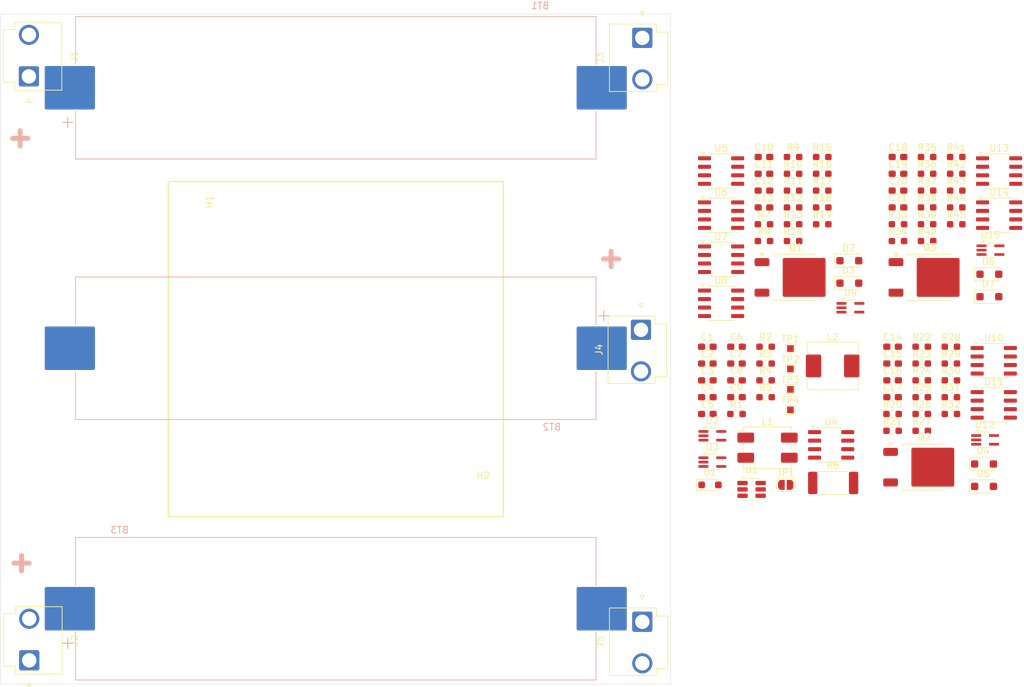
<source format=kicad_pcb>
(kicad_pcb (version 20241229) (generator "pcbnew") (generator_version "9.0")
  (layers (0 "F.Cu" signal) (2 "B.Cu" signal) (13 "F.Paste" user) (15 "B.Paste" user) (5 "F.SilkS" user "F.Silkscreen") (7 "B.SilkS" user "B.Silkscreen") (1 "F.Mask" user) (3 "B.Mask" user) (25 "Edge.Cuts" user))
  (net 0 "")
  (net 1 "/CellMonitor2/Vprot")
  (net 2 "/CellMonitor3/VbatH")
  (net 3 "/CellMonitor1/Vprot")
  (net 4 "/CellMonitor2/VbatH")
  (net 5 "/CellMonitor1/VbatH")
  (net 6 "GNDREF")
  (net 7 "Net-(U1-VIN)")
  (net 8 "GND")
  (net 9 "Net-(U1-SW)")
  (net 10 "Net-(U1-BOOT)")
  (net 11 "+3V3")
  (net 12 "Net-(U4-DIS)")
  (net 13 "Net-(Q1-G)")
  (net 14 "Net-(Q2-G)")
  (net 15 "+10V")
  (net 16 "Net-(Q3-G)")
  (net 17 "Net-(D2-K)")
  (net 18 "Net-(D3-K)")
  (net 19 "Net-(D4-K)")
  (net 20 "Net-(D5-K)")
  (net 21 "Net-(D6-K)")
  (net 22 "Net-(D7-K)")
  (net 23 "VDC")
  (net 24 "Net-(U1-EN)")
  (net 25 "Net-(U1-FB)")
  (net 26 "Net-(U4-Q)")
  (net 28 "Net-(K1-Pad12)")
  (net 29 "Net-(U6A-+)")
  (net 30 "Net-(U6A--)")
  (net 31 "Net-(R11-Pad1)")
  (net 32 "Net-(U8A-+)")
  (net 33 "Net-(U8B--)")
  (net 34 "Net-(R18-Pad2)")
  (net 35 "Net-(R19-Pad2)")
  (net 36 "Net-(U10A-+)")
  (net 37 "Net-(U10A--)")
  (net 38 "Net-(R24-Pad1)")
  (net 39 "Net-(U11A-+)")
  (net 40 "Net-(U11B--)")
  (net 41 "Net-(R31-Pad2)")
  (net 42 "Net-(R32-Pad2)")
  (net 43 "Net-(U13A-+)")
  (net 44 "Net-(U13A--)")
  (net 45 "Net-(R37-Pad1)")
  (net 46 "Net-(U14A-+)")
  (net 47 "Net-(U14B--)")
  (net 48 "Net-(R44-Pad2)")
  (net 49 "Net-(R45-Pad2)")
  (net 50 "/CellMonitor2/UVLO")
  (net 51 "Net-(U2-Pad4)")
  (net 52 "/CellMonitor3/UVLO")
  (net 53 "/CellMonitor1/UVLO")
  (net 54 "Net-(U4-TR)")
  (footprint "Package_SO:SOIC-8_3.9x4.9mm_P1.27mm" (layer "F.Cu") (at 244.755 63.93)
    (property "Reference" "U13" (at 0 -3.4 0) (layer "F.SilkS"))
    (property "Value" "LM358")
    (pad "1" smd roundrect (at -2.475 -1.905) (size 1.95 0.6) (layers "F.Cu" "F.Mask" "F.Paste") (net 45 "Net-(R37-Pad1)"))
    (pad "2" smd roundrect (at -2.475 -0.635) (size 1.95 0.6) (layers "F.Cu" "F.Mask" "F.Paste") (net 44 "Net-(U13A--)"))
    (pad "3" smd roundrect (at -2.475 0.635) (size 1.95 0.6) (layers "F.Cu" "F.Mask" "F.Paste") (net 43 "Net-(U13A-+)"))
    (pad "4" smd roundrect (at -2.475 1.905) (size 1.95 0.6) (layers "F.Cu" "F.Mask" "F.Paste"))
    (pad "5" smd roundrect (at 2.475 1.905) (size 1.95 0.6) (layers "F.Cu" "F.Mask" "F.Paste"))
    (pad "6" smd roundrect (at 2.475 0.635) (size 1.95 0.6) (layers "F.Cu" "F.Mask" "F.Paste"))
    (pad "7" smd roundrect (at 2.475 -0.635) (size 1.95 0.6) (layers "F.Cu" "F.Mask" "F.Paste"))
    (pad "8" smd roundrect (at 2.475 -1.905) (size 1.95 0.6) (layers "F.Cu" "F.Mask" "F.Paste") (net 2 "/CellMonitor3/VbatH"))
  )
  (footprint "Package_SO:SOIC-8_3.9x4.9mm_P1.27mm" (layer "F.Cu") (at 243.955 92.25)
    (property "Reference" "U10" (at 0 -3.4 0) (layer "F.SilkS"))
    (property "Value" "LM358")
    (pad "1" smd roundrect (at -2.475 -1.905) (size 1.95 0.6) (layers "F.Cu" "F.Mask" "F.Paste") (net 38 "Net-(R24-Pad1)"))
    (pad "2" smd roundrect (at -2.475 -0.635) (size 1.95 0.6) (layers "F.Cu" "F.Mask" "F.Paste") (net 37 "Net-(U10A--)"))
    (pad "3" smd roundrect (at -2.475 0.635) (size 1.95 0.6) (layers "F.Cu" "F.Mask" "F.Paste") (net 36 "Net-(U10A-+)"))
    (pad "4" smd roundrect (at -2.475 1.905) (size 1.95 0.6) (layers "F.Cu" "F.Mask" "F.Paste"))
    (pad "5" smd roundrect (at 2.475 1.905) (size 1.95 0.6) (layers "F.Cu" "F.Mask" "F.Paste"))
    (pad "6" smd roundrect (at 2.475 0.635) (size 1.95 0.6) (layers "F.Cu" "F.Mask" "F.Paste"))
    (pad "7" smd roundrect (at 2.475 -0.635) (size 1.95 0.6) (layers "F.Cu" "F.Mask" "F.Paste"))
    (pad "8" smd roundrect (at 2.475 -1.905) (size 1.95 0.6) (layers "F.Cu" "F.Mask" "F.Paste") (net 4 "/CellMonitor2/VbatH"))
  )
  (footprint "Resistor_SMD:R_0603_1608Metric_Pad0.98x0.95mm_HandSolder" (layer "F.Cu") (at 214.005 74.38)
    (property "Reference" "R14" (at 0 -1.43 0) (layer "F.SilkS"))
    (property "Value" "150")
    (pad "1" smd roundrect (at -0.9125 0) (size 0.975 0.95) (layers "F.Cu" "F.Mask" "F.Paste") (net 31 "Net-(R11-Pad1)"))
    (pad "2" smd roundrect (at 0.9125 0) (size 0.975 0.95) (layers "F.Cu" "F.Mask" "F.Paste") (net 17 "Net-(D2-K)"))
  )
  (footprint "Diode_SMD:D_SOD-123F" (layer "F.Cu") (at 242.5 107.65)
    (property "Reference" "D4" (at -0.127 -1.905 0) (layer "F.SilkS"))
    (property "Value" "BZT52Bxx")
    (pad "1" smd roundrect (at -1.4 0) (size 1.1 1.1) (layers "F.Cu" "F.Mask" "F.Paste") (roundrect_rratio 0.2272727273) (net 19 "Net-(D4-K)"))
    (pad "2" smd roundrect (at 1.4 0) (size 1.1 1.1) (layers "F.Cu" "F.Mask" "F.Paste") (roundrect_rratio 0.2272727273) (net 6 "GNDREF"))
  )
  (footprint "Package_SO:SOIC-8_3.9x4.9mm_P1.27mm" (layer "F.Cu") (at 243.955 98.83)
    (property "Reference" "U11" (at 0 -3.4 0) (layer "F.SilkS"))
    (property "Value" "LM393")
    (pad "1" smd roundrect (at -2.475 -1.905) (size 1.95 0.6) (layers "F.Cu" "F.Mask" "F.Paste") (net 41 "Net-(R31-Pad2)"))
    (pad "2" smd roundrect (at -2.475 -0.635) (size 1.95 0.6) (layers "F.Cu" "F.Mask" "F.Paste") (net 19 "Net-(D4-K)"))
    (pad "3" smd roundrect (at -2.475 0.635) (size 1.95 0.6) (layers "F.Cu" "F.Mask" "F.Paste") (net 39 "Net-(U11A-+)"))
    (pad "4" smd roundrect (at -2.475 1.905) (size 1.95 0.6) (layers "F.Cu" "F.Mask" "F.Paste") (net 6 "GNDREF"))
    (pad "5" smd roundrect (at 2.475 1.905) (size 1.95 0.6) (layers "F.Cu" "F.Mask" "F.Paste") (net 20 "Net-(D5-K)"))
    (pad "6" smd roundrect (at 2.475 0.635) (size 1.95 0.6) (layers "F.Cu" "F.Mask" "F.Paste") (net 40 "Net-(U11B--)"))
    (pad "7" smd roundrect (at 2.475 -0.635) (size 1.95 0.6) (layers "F.Cu" "F.Mask" "F.Paste") (net 42 "Net-(R32-Pad2)"))
    (pad "8" smd roundrect (at 2.475 -1.905) (size 1.95 0.6) (layers "F.Cu" "F.Mask" "F.Paste") (net 11 "+3V3"))
  )
  (footprint "Resistor_SMD:R_0603_1608Metric_Pad0.98x0.95mm_HandSolder" (layer "F.Cu") (at 237.555 97.68)
    (property "Reference" "R31" (at 0 -1.43 0) (layer "F.SilkS"))
    (property "Value" "4.7k")
    (pad "1" smd roundrect (at -0.9125 0) (size 0.975 0.95) (layers "F.Cu" "F.Mask" "F.Paste") (net 11 "+3V3"))
    (pad "2" smd roundrect (at 0.9125 0) (size 0.975 0.95) (layers "F.Cu" "F.Mask" "F.Paste") (net 41 "Net-(R31-Pad2)"))
  )
  (footprint "TestPoint:TestPoint_Pad_1.0x1.0mm" (layer "F.Cu") (at 213.605 93.47)
    (property "Reference" "TP2" (at 0 -1.448 0) (layer "F.SilkS"))
    (property "Value" "TestPoint_Flag")
    (pad "1" smd rect (at 0 0) (size 1 1) (layers "F.Cu" "F.Mask") (net 7 "Net-(U1-VIN)"))
  )
  (footprint "Capacitor_SMD:C_0603_1608Metric_Pad1.08x0.95mm_HandSolder" (layer "F.Cu") (at 205.555 92.66)
    (property "Reference" "C7" (at 0 -1.43 0) (layer "F.SilkS"))
    (property "Value" "1u")
    (pad "1" smd roundrect (at -0.8625 0) (size 1.075 0.95) (layers "F.Cu" "F.Mask" "F.Paste") (net 11 "+3V3"))
    (pad "2" smd roundrect (at 0.8625 0) (size 1.075 0.95) (layers "F.Cu" "F.Mask" "F.Paste") (net 6 "GNDREF"))
  )
  (footprint "Capacitor_SMD:C_0603_1608Metric_Pad1.08x0.95mm_HandSolder" (layer "F.Cu") (at 228.855 95.17)
    (property "Reference" "C16" (at 0 -1.43 0) (layer "F.SilkS"))
    (property "Value" "1u")
    (pad "1" smd roundrect (at -0.8625 0) (size 1.075 0.95) (layers "F.Cu" "F.Mask" "F.Paste") (net 11 "+3V3"))
    (pad "2" smd roundrect (at 0.8625 0) (size 1.075 0.95) (layers "F.Cu" "F.Mask" "F.Paste") (net 6 "GNDREF"))
  )
  (footprint "Capacitor_SMD:C_0603_1608Metric_Pad1.08x0.95mm_HandSolder" (layer "F.Cu") (at 205.555 90.15)
    (property "Reference" "C6" (at 0 -1.43 0) (layer "F.SilkS"))
    (property "Value" "22 µF")
    (pad "1" smd roundrect (at -0.8625 0) (size 1.075 0.95) (layers "F.Cu" "F.Mask" "F.Paste") (net 11 "+3V3"))
    (pad "2" smd roundrect (at 0.8625 0) (size 1.075 0.95) (layers "F.Cu" "F.Mask" "F.Paste") (net 8 "GND"))
  )
  (footprint "Capacitor_SMD:C_0603_1608Metric_Pad1.08x0.95mm_HandSolder" (layer "F.Cu") (at 205.555 95.17)
    (property "Reference" "C8" (at 0 -1.43 0) (layer "F.SilkS"))
    (property "Value" "1u")
    (pad "1" smd roundrect (at -0.8625 0) (size 1.075 0.95) (layers "F.Cu" "F.Mask" "F.Paste") (net 11 "+3V3"))
    (pad "2" smd roundrect (at 0.8625 0) (size 1.075 0.95) (layers "F.Cu" "F.Mask" "F.Paste") (net 6 "GNDREF"))
  )
  (footprint "Resistor_SMD:R_0603_1608Metric_Pad0.98x0.95mm_HandSolder" (layer "F.Cu") (at 234.005 64.34)
    (property "Reference" "R36" (at 0 -1.43 0) (layer "F.SilkS"))
    (property "Value" "1k")
    (pad "1" smd roundrect (at -0.9125 0) (size 0.975 0.95) (layers "F.Cu" "F.Mask" "F.Paste") (net 6 "GNDREF"))
    (pad "2" smd roundrect (at 0.9125 0) (size 0.975 0.95) (layers "F.Cu" "F.Mask" "F.Paste") (net 44 "Net-(U13A--)"))
  )
  (footprint "Resistor_SMD:R_0603_1608Metric_Pad0.98x0.95mm_HandSolder" (layer "F.Cu") (at 238.355 71.87)
    (property "Reference" "R45" (at 0 -1.43 0) (layer "F.SilkS"))
    (property "Value" "4.7k")
    (pad "1" smd roundrect (at -0.9125 0) (size 0.975 0.95) (layers "F.Cu" "F.Mask" "F.Paste") (net 11 "+3V3"))
    (pad "2" smd roundrect (at 0.9125 0) (size 0.975 0.95) (layers "F.Cu" "F.Mask" "F.Paste") (net 49 "Net-(R45-Pad2)"))
  )
  (footprint "Capacitor_SMD:C_0603_1608Metric_Pad1.08x0.95mm_HandSolder" (layer "F.Cu") (at 201.205 97.68)
    (property "Reference" "C4" (at 0 -1.43 0) (layer "F.SilkS"))
    (property "Value" "1u")
    (pad "1" smd roundrect (at -0.8625 0) (size 1.075 0.95) (layers "F.Cu" "F.Mask" "F.Paste") (net 11 "+3V3"))
    (pad "2" smd roundrect (at 0.8625 0) (size 1.075 0.95) (layers "F.Cu" "F.Mask" "F.Paste") (net 6 "GNDREF"))
  )
  (footprint "Resistor_SMD:R_0603_1608Metric_Pad0.98x0.95mm_HandSolder" (layer "F.Cu") (at 218.355 71.87)
    (property "Reference" "R19" (at 0 -1.43 0) (layer "F.SilkS"))
    (property "Value" "4.7k")
    (pad "1" smd roundrect (at -0.9125 0) (size 0.975 0.95) (layers "F.Cu" "F.Mask" "F.Paste") (net 11 "+3V3"))
    (pad "2" smd roundrect (at 0.9125 0) (size 0.975 0.95) (layers "F.Cu" "F.Mask" "F.Paste") (net 35 "Net-(R19-Pad2)"))
  )
  (footprint "Package_TO_SOT_SMD:SOT-353_SC-70-5_Handsoldering" (layer "F.Cu") (at 222.555 84.335)
    (property "Reference" "U9" (at 0 -2.25 0) (layer "F.SilkS"))
    (property "Value" "74LVC1G32")
    (pad "1" smd roundrect (at -1.33 -0.65) (size 1.5 0.4) (layers "F.Cu" "F.Mask" "F.Paste") (net 34 "Net-(R18-Pad2)"))
    (pad "2" smd roundrect (at -1.33 0) (size 1.5 0.4) (layers "F.Cu" "F.Mask" "F.Paste") (net 35 "Net-(R19-Pad2)"))
    (pad "3" smd roundrect (at -1.33 0.65) (size 1.5 0.4) (layers "F.Cu" "F.Mask" "F.Paste") (net 8 "GND"))
    (pad "4" smd roundrect (at 1.33 0.65) (size 1.5 0.4) (layers "F.Cu" "F.Mask" "F.Paste") (net 53 "/CellMonitor1/UVLO"))
    (pad "5" smd roundrect (at 1.33 -0.65) (size 1.5 0.4) (layers "F.Cu" "F.Mask" "F.Paste") (net 11 "+3V3"))
  )
  (footprint "Resistor_SMD:R_0603_1608Metric_Pad0.98x0.95mm_HandSolder" (layer "F.Cu") (at 218.355 66.85)
    (property "Reference" "R17" (at 0 -1.43 0) (layer "F.SilkS"))
    (property "Value" "2k")
    (pad "1" smd roundrect (at -0.9125 0) (size 0.975 0.95) (layers "F.Cu" "F.Mask" "F.Paste") (net 6 "GNDREF"))
    (pad "2" smd roundrect (at 0.9125 0) (size 0.975 0.95) (layers "F.Cu" "F.Mask" "F.Paste") (net 33 "Net-(U8B--)"))
  )
  (footprint "Diode_SMD:D_SOD-123F" (layer "F.Cu") (at 242.5 111)
    (property "Reference" "D5" (at -0.127 -1.905 0) (layer "F.SilkS"))
    (property "Value" "BZT52Bxx")
    (pad "1" smd roundrect (at -1.4 0) (size 1.1 1.1) (layers "F.Cu" "F.Mask" "F.Paste") (roundrect_rratio 0.2272727273) (net 20 "Net-(D5-K)"))
    (pad "2" smd roundrect (at 1.4 0) (size 1.1 1.1) (layers "F.Cu" "F.Mask" "F.Paste") (roundrect_rratio 0.2272727273) (net 6 "GNDREF"))
  )
  (footprint "Resistor_SMD:R_0603_1608Metric_Pad0.98x0.95mm_HandSolder" (layer "F.Cu") (at 209.655 74.38)
    (property "Reference" "R8" (at 0 -1.43 0) (layer "F.SilkS"))
    (property "Value" "1k")
    (pad "1" smd roundrect (at -0.9125 0) (size 0.975 0.95) (layers "F.Cu" "F.Mask" "F.Paste") (net 29 "Net-(U6A-+)"))
    (pad "2" smd roundrect (at 0.9125 0) (size 0.975 0.95) (layers "F.Cu" "F.Mask" "F.Paste") (net 3 "/CellMonitor1/Vprot"))
  )
  (footprint "Package_SO:SOIC-8_3.9x4.9mm_P1.27mm" (layer "F.Cu") (at 219.685 104.8)
    (property "Reference" "U4" (at 0 -3.4 0) (layer "F.SilkS"))
    (property "Value" "NE555D")
    (pad "1" smd roundrect (at -2.475 -1.905) (size 1.95 0.6) (layers "F.Cu" "F.Mask" "F.Paste") (net 8 "GND"))
    (pad "2" smd roundrect (at -2.475 -0.635) (size 1.95 0.6) (layers "F.Cu" "F.Mask" "F.Paste") (net 54 "Net-(U4-TR)"))
    (pad "3" smd roundrect (at -2.475 0.635) (size 1.95 0.6) (layers "F.Cu" "F.Mask" "F.Paste") (net 26 "Net-(U4-Q)"))
    (pad "4" smd roundrect (at -2.475 1.905) (size 1.95 0.6) (layers "F.Cu" "F.Mask" "F.Paste") (net 11 "+3V3"))
    (pad "5" smd roundrect (at 2.475 1.905) (size 1.95 0.6) (layers "F.Cu" "F.Mask" "F.Paste"))
    (pad "6" smd roundrect (at 2.475 0.635) (size 1.95 0.6) (layers "F.Cu" "F.Mask" "F.Paste") (net 12 "Net-(U4-DIS)"))
    (pad "7" smd roundrect (at 2.475 -0.635) (size 1.95 0.6) (layers "F.Cu" "F.Mask" "F.Paste") (net 12 "Net-(U4-DIS)"))
    (pad "8" smd roundrect (at 2.475 -1.905) (size 1.95 0.6) (layers "F.Cu" "F.Mask" "F.Paste") (net 11 "+3V3"))
  )
  (footprint "steew:JST_VL_B02P-VL_1x02_P6.2mm_Vertical" (layer "F.Cu") (at 99.95 50.85 90)
    (property "Reference" "J1" (at 4.02 6.75 90) (layer "F.SilkS"))
    (property "Value" "Conn_01x02_Socket" (hide yes))
    (pad "1" thru_hole roundrect (at 1.05 0 90) (size 3 3) (drill 2.15) (layers "*.Cu" "*.Mask") (roundrect_rratio 0.092593) (net 23 "VDC"))
    (pad "2" thru_hole circle (at 7.25 0 90) (size 3 3) (drill 2.15) (layers "*.Cu" "*.Mask") (net 6 "GNDREF"))
  )
  (footprint "Resistor_SMD:R_0603_1608Metric_Pad0.98x0.95mm_HandSolder" (layer "F.Cu") (at 233.205 90.15)
    (property "Reference" "R22" (at 0 -1.43 0) (layer "F.SilkS"))
    (property "Value" "1k")
    (pad "1" smd roundrect (at -0.9125 0) (size 0.975 0.95) (layers "F.Cu" "F.Mask" "F.Paste") (net 37 "Net-(U10A--)"))
    (pad "2" smd roundrect (at 0.9125 0) (size 0.975 0.95) (layers "F.Cu" "F.Mask" "F.Paste") (net 3 "/CellMonitor1/Vprot"))
  )
  (footprint "Resistor_SMD:R_0603_1608Metric_Pad0.98x0.95mm_HandSolder" (layer "F.Cu") (at 228.855 100.19)
    (property "Reference" "R20" (at 0 -1.43 0) (layer "F.SilkS"))
    (property "Value" "1k")
    (pad "1" smd roundrect (at -0.9125 0) (size 0.975 0.95) (layers "F.Cu" "F.Mask" "F.Paste") (net 14 "Net-(Q2-G)"))
    (pad "2" smd roundrect (at 0.9125 0) (size 0.975 0.95) (layers "F.Cu" "F.Mask" "F.Paste") (net 3 "/CellMonitor1/Vprot"))
  )
  (footprint "Diode_SMD:D_SOD-123F" (layer "F.Cu") (at 222.4 77.31)
    (property "Reference" "D2" (at -0.127 -1.905 0) (layer "F.SilkS"))
    (property "Value" "BZT52Bxx")
    (pad "1" smd roundrect (at -1.4 0) (size 1.1 1.1) (layers "F.Cu" "F.Mask" "F.Paste") (roundrect_rratio 0.2272727273) (net 17 "Net-(D2-K)"))
    (pad "2" smd roundrect (at 1.4 0) (size 1.1 1.1) (layers "F.Cu" "F.Mask" "F.Paste") (roundrect_rratio 0.2272727273) (net 6 "GNDREF"))
  )
  (footprint "Resistor_SMD:R_0603_1608Metric_Pad0.98x0.95mm_HandSolder" (layer "F.Cu") (at 237.555 90.15)
    (property "Reference" "R28" (at 0 -1.43 0) (layer "F.SilkS"))
    (property "Value" "150")
    (pad "1" smd roundrect (at -0.9125 0) (size 0.975 0.95) (layers "F.Cu" "F.Mask" "F.Paste") (net 38 "Net-(R24-Pad1)"))
    (pad "2" smd roundrect (at 0.9125 0) (size 0.975 0.95) (layers "F.Cu" "F.Mask" "F.Paste") (net 20 "Net-(D5-K)"))
  )
  (footprint "Resistor_SMD:R_0603_1608Metric_Pad0.98x0.95mm_HandSolder" (layer "F.Cu") (at 238.355 69.36)
    (property "Reference" "R44" (at 0 -1.43 0) (layer "F.SilkS"))
    (property "Value" "4.7k")
    (pad "1" smd roundrect (at -0.9125 0) (size 0.975 0.95) (layers "F.Cu" "F.Mask" "F.Paste") (net 11 "+3V3"))
    (pad "2" smd roundrect (at 0.9125 0) (size 0.975 0.95) (layers "F.Cu" "F.Mask" "F.Paste") (net 48 "Net-(R44-Pad2)"))
  )
  (footprint "steew:JST_VL_B02P-VL_1x02_P6.2mm_Vertical" (layer "F.Cu") (at 191.5 43 -90)
    (property "Reference" "J3" (at 4.02 6.25 90) (layer "F.SilkS"))
    (property "Value" "Conn_01x02_Socket" (hide yes))
    (pad "1" thru_hole roundrect (at 1.05 0 270) (size 3 3) (drill 2.15) (layers "*.Cu" "*.Mask") (roundrect_rratio 0.092593) (net 23 "VDC"))
    (pad "2" thru_hole circle (at 7.25 0 270) (size 3 3) (drill 2.15) (layers "*.Cu" "*.Mask") (net 6 "GNDREF"))
  )
  (footprint "Resistor_SMD:R_0603_1608Metric_Pad0.98x0.95mm_HandSolder" (layer "F.Cu") (at 209.905 90.15)
    (property "Reference" "R2" (at 0 -1.43 0) (layer "F.SilkS"))
    (property "Value" "100 kohm")
    (pad "1" smd roundrect (at -0.9125 0) (size 0.975 0.95) (layers "F.Cu" "F.Mask" "F.Paste") (net 25 "Net-(U1-FB)"))
    (pad "2" smd roundrect (at 0.9125 0) (size 0.975 0.95) (layers "F.Cu" "F.Mask" "F.Paste") (net 11 "+3V3"))
  )
  (footprint "Capacitor_SMD:C_0603_1608Metric_Pad1.08x0.95mm_HandSolder" (layer "F.Cu") (at 229.655 66.85)
    (property "Reference" "C20" (at 0 -1.43 0) (layer "F.SilkS"))
    (property "Value" "1u")
    (pad "1" smd roundrect (at -0.8625 0) (size 1.075 0.95) (layers "F.Cu" "F.Mask" "F.Paste") (net 11 "+3V3"))
    (pad "2" smd roundrect (at 0.8625 0) (size 1.075 0.95) (layers "F.Cu" "F.Mask" "F.Paste") (net 6 "GNDREF"))
  )
  (footprint "MountingHole:MountingHole_2.2mm_M2" (layer "F.Cu") (at 167.75 112.51)
    (property "Reference" "H2" (at 0 -3.15 0) (layer "F.SilkS"))
    (property "Value" "MountingHole" (hide yes))
    (pad "" np_thru_hole circle (at 0 0) (size 2.2 2.2) (drill 2.2) (layers "*.Cu" "*.Mask"))
  )
  (footprint "Resistor_SMD:R_0603_1608Metric_Pad0.98x0.95mm_HandSolder" (layer "F.Cu") (at 214.005 64.34)
    (property "Reference" "R10" (at 0 -1.43 0) (layer "F.SilkS"))
    (property "Value" "1k")
    (pad "1" smd roundrect (at -0.9125 0) (size 0.975 0.95) (layers "F.Cu" "F.Mask" "F.Paste") (net 6 "GNDREF"))
    (pad "2" smd roundrect (at 0.9125 0) (size 0.975 0.95) (layers "F.Cu" "F.Mask" "F.Paste") (net 30 "Net-(U6A--)"))
  )
  (footprint "steew:JST_VL_B02P-VL_1x02_P6.2mm_Vertical" (layer "F.Cu") (at 100 138 90)
    (property "Reference" "J2" (at 4.02 6.75 90) (layer "F.SilkS"))
    (property "Value" "Conn_01x02_Socket" (hide yes))
    (pad "1" thru_hole roundrect (at 1.05 0 90) (size 3 3) (drill 2.15) (layers "*.Cu" "*.Mask") (roundrect_rratio 0.092593) (net 23 "VDC"))
    (pad "2" thru_hole circle (at 7.25 0 90) (size 3 3) (drill 2.15) (layers "*.Cu" "*.Mask") (net 6 "GNDREF"))
  )
  (footprint "Resistor_SMD:R_0603_1608Metric_Pad0.98x0.95mm_HandSolder" (layer "F.Cu") (at 238.355 61.83)
    (property "Reference" "R41" (at 0 -1.43 0) (layer "F.SilkS"))
    (property "Value" "150")
    (pad "1" smd roundrect (at -0.9125 0) (size 0.975 0.95) (layers "F.Cu" "F.Mask" "F.Paste") (net 45 "Net-(R37-Pad1)"))
    (pad "2" smd roundrect (at 0.9125 0) (size 0.975 0.95) (layers "F.Cu" "F.Mask" "F.Paste") (net 22 "Net-(D7-K)"))
  )
  (footprint "Resistor_SMD:R_0603_1608Metric_Pad0.98x0.95mm_HandSolder" (layer "F.Cu") (at 238.355 64.34)
    (property "Reference" "R42" (at 0 -1.43 0) (layer "F.SilkS"))
    (property "Value" "16k")
    (pad "1" smd roundrect (at -0.9125 0) (size 0.975 0.95) (layers "F.Cu" "F.Mask" "F.Paste") (net 6 "GNDREF"))
    (pad "2" smd roundrect (at 0.9125 0) (size 0.975 0.95) (layers "F.Cu" "F.Mask" "F.Paste") (net 46 "Net-(U14A-+)"))
  )
  (footprint "TestPoint:TestPoint_Pad_1.0x1.0mm" (layer "F.Cu") (at 213.605 99.57)
    (property "Reference" "TP4" (at 0 -1.448 0) (layer "F.SilkS"))
    (property "Value" "TestPoint_Flag")
    (pad "1" smd rect (at 0 0) (size 1 1) (layers "F.Cu" "F.Mask") (net 11 "+3V3"))
  )
  (footprint "Package_SO:SOIC-8_3.9x4.9mm_P1.27mm" (layer "F.Cu") (at 203.255 83.67)
    (property "Reference" "U8" (at 0 -3.4 0) (layer "F.SilkS"))
    (property "Value" "LM393")
    (pad "1" smd roundrect (at -2.475 -1.905) (size 1.95 0.6) (layers "F.Cu" "F.Mask" "F.Paste") (net 34 "Net-(R18-Pad2)"))
    (pad "2" smd roundrect (at -2.475 -0.635) (size 1.95 0.6) (layers "F.Cu" "F.Mask" "F.Paste") (net 17 "Net-(D2-K)"))
    (pad "3" smd roundrect (at -2.475 0.635) (size 1.95 0.6) (layers "F.Cu" "F.Mask" "F.Paste") (net 32 "Net-(U8A-+)"))
    (pad "4" smd roundrect (at -2.475 1.905) (size 1.95 0.6) (layers "F.Cu" "F.Mask" "F.Paste") (net 6 "GNDREF"))
    (pad "5" smd roundrect (at 2.475 1.905) (size 1.95 0.6) (layers "F.Cu" "F.Mask" "F.Paste") (net 18 "Net-(D3-K)"))
    (pad "6" smd roundrect (at 2.475 0.635) (size 1.95 0.6) (layers "F.Cu" "F.Mask" "F.Paste") (net 33 "Net-(U8B--)"))
    (pad "7" smd roundrect (at 2.475 -0.635) (size 1.95 0.6) (layers "F.Cu" "F.Mask" "F.Paste") (net 35 "Net-(R19-Pad2)"))
    (pad "8" smd roundrect (at 2.475 -1.905) (size 1.95 0.6) (layers "F.Cu" "F.Mask" "F.Paste") (net 11 "+3V3"))
  )
  (footprint "Resistor_SMD:R_0603_1608Metric_Pad0.98x0.95mm_HandSolder" (layer "F.Cu") (at 218.355 61.83)
    (property "Reference" "R15" (at 0 -1.43 0) (layer "F.SilkS"))
    (property "Value" "150")
    (pad "1" smd roundrect (at -0.9125 0) (size 0.975 0.95) (layers "F.Cu" "F.Mask" "F.Paste") (net 31 "Net-(R11-Pad1)"))
    (pad "2" smd roundrect (at 0.9125 0) (size 0.975 0.95) (layers "F.Cu" "F.Mask" "F.Paste") (net 18 "Net-(D3-K)"))
  )
  (footprint "Capacitor_SMD:C_0603_1608Metric_Pad1.08x0.95mm_HandSolder" (layer "F.Cu") (at 209.655 61.83)
    (property "Reference" "C10" (at 0 -1.43 0) (layer "F.SilkS"))
    (property "Value" "33n")
    (pad "1" smd roundrect (at -0.8625 0) (size 1.075 0.95) (layers "F.Cu" "F.Mask" "F.Paste") (net 13 "Net-(Q1-G)"))
    (pad "2" smd roundrect (at 0.8625 0) (size 1.075 0.95) (layers "F.Cu" "F.Mask" "F.Paste") (net 3 "/CellMonitor1/Vprot"))
  )
  (footprint "Package_TO_SOT_SMD:SOT-353_SC-70-5_Handsoldering" (layer "F.Cu") (at 242.655 104.055)
    (property "Reference" "U12" (at 0 -2.25 0) (layer "F.SilkS"))
    (property "Value" "74LVC1G32")
    (pad "1" smd roundrect (at -1.33 -0.65) (size 1.5 0.4) (layers "F.Cu" "F.Mask" "F.Paste") (net 41 "Net-(R31-Pad2)"))
    (pad "2" smd roundrect (at -1.33 0) (size 1.5 0.4) (layers "F.Cu" "F.Mask" "F.Paste") (net 42 "Net-(R32-Pad2)"))
    (pad "3" smd roundrect (at -1.33 0.65) (size 1.5 0.4) (layers "F.Cu" "F.Mask" "F.Paste") (net 8 "GND"))
    (pad "4" smd roundrect (at 1.33 0.65) (size 1.5 0.4) (layers "F.Cu" "F.Mask" "F.Paste") (net 50 "/CellMonitor2/UVLO"))
    (pad "5" smd roundrect (at 1.33 -0.65) (size 1.5 0.4) (layers "F.Cu" "F.Mask" "F.Paste") (net 11 "+3V3"))
  )
  (footprint "Capacitor_SMD:C_0603_1608Metric_Pad1.08x0.95mm_HandSolder" (layer "F.Cu") (at 201.205 92.66)
    (property "Reference" "C2" (at 0 -1.43 0) (layer "F.SilkS"))
    (property "Value" "0.1 µF")
    (pad "1" smd roundrect (at -0.8625 0) (size 1.075 0.95) (layers "F.Cu" "F.Mask" "F.Paste") (net 7 "Net-(U1-VIN)"))
    (pad "2" smd roundrect (at 0.8625 0) (size 1.075 0.95) (layers "F.Cu" "F.Mask" "F.Paste") (net 8 "GND"))
  )
  (footprint "Resistor_SMD:R_0603_1608Metric_Pad0.98x0.95mm_HandSolder" (layer "F.Cu") (at 214.005 66.85)
    (property "Reference" "R11" (at 0 -1.43 0) (layer "F.SilkS"))
    (property "Value" "1k")
    (pad "1" smd roundrect (at -0.9125 0) (size 0.975 0.95) (layers "F.Cu" "F.Mask" "F.Paste") (net 31 "Net-(R11-Pad1)"))
    (pad "2" smd roundrect (at 0.9125 0) (size 0.975 0.95) (layers "F.Cu" "F.Mask" "F.Paste") (net 29 "Net-(U6A-+)"))
  )
  (footprint "TestPoint:TestPoint_Pad_1.0x1.0mm" (layer "F.Cu") (at 213.605 90.42)
    (property "Reference" "TP1" (at 0 -1.448 0) (layer "F.SilkS"))
    (property "Value" "TestPoint_Flag")
    (pad "1" smd rect (at 0 0) (size 1 1) (layers "F.Cu" "F.Mask") (net 15 "+10V"))
  )
  (footprint "Capacitor_SMD:C_0603_1608Metric_Pad1.08x0.95mm_HandSolder" (layer "F.Cu") (at 201.205 90.15)
    (property "Reference" "C1" (at 0 -1.43 0) (layer "F.SilkS"))
    (property "Value" "10 µF")
    (pad "1" smd roundrect (at -0.8625 0) (size 1.075 0.95) (layers "F.Cu" "F.Mask" "F.Paste") (net 7 "Net-(U1-VIN)"))
    (pad "2" smd roundrect (at 0.8625 0) (size 1.075 0.95) (layers "F.Cu" "F.Mask" "F.Paste") (net 8 "GND"))
  )
  (footprint "Package_SO:SOIC-8_3.9x4.9mm_P1.27mm" (layer "F.Cu") (at 244.755 70.51)
    (property "Reference" "U14" (at 0 -3.4 0) (layer "F.SilkS"))
    (property "Value" "LM393")
    (pad "1" smd roundrect (at -2.475 -1.905) (size 1.95 0.6) (layers "F.Cu" "F.Mask" "F.Paste") (net 48 "Net-(R44-Pad2)"))
    (pad "2" smd roundrect (at -2.475 -0.635) (size 1.95 0.6) (layers "F.Cu" "F.Mask" "F.Paste") (net 21 "Net-(D6-K)"))
    (pad "3" smd roundrect (at -2.475 0.635) (size 1.95 0.6) (layers "F.Cu" "F.Mask" "F.Paste") (net 46 "Net-(U14A-+)"))
    (pad "4" smd roundrect (at -2.475 1.905) (size 1.95 0.6) (layers "F.Cu" "F.Mask" "F.Paste") (net 6 "GNDREF"))
    (pad "5" smd roundrect (at 2.475 1.905) (size 1.95 0.6) (layers "F.Cu" "F.Mask" "F.Paste") (net 22 "Net-(D7-K)"))
    (pad "6" smd roundrect (at 2.475 0.635) (size 1.95 0.6) (layers "F.Cu" "F.Mask" "F.Paste") (net 47 "Net-(U14B--)"))
    (pad "7" smd roundrect (at 2.475 -0.635) (size 1.95 0.6) (layers "F.Cu" "F.Mask" "F.Paste") (net 49 "Net-(R45-Pad2)"))
    (pad "8" smd roundrect (at 2.475 -1.905) (size 1.95 0.6) (layers "F.Cu" "F.Mask" "F.Paste") (net 11 "+3V3"))
  )
  (footprint "Resistor_SMD:R_0603_1608Metric_Pad0.98x0.95mm_HandSolder" (layer "F.Cu") (at 214.005 71.87)
    (property "Reference" "R13" (at 0 -1.43 0) (layer "F.SilkS"))
    (property "Value" "1.8k")
    (pad "1" smd roundrect (at -0.9125 0) (size 0.975 0.95) (layers "F.Cu" "F.Mask" "F.Paste") (net 33 "Net-(U8B--)"))
    (pad "2" smd roundrect (at 0.9125 0) (size 0.975 0.95) (layers "F.Cu" "F.Mask" "F.Paste") (net 31 "Net-(R11-Pad1)"))
  )
  (footprint "Resistor_SMD:R_0603_1608Metric_Pad0.98x0.95mm_HandSolder" (layer "F.Cu") (at 209.655 71.87)
    (property "Reference" "R7" (at 0 -1.43 0) (layer "F.SilkS"))
    (property "Value" "1k")
    (pad "1" smd roundrect (at -0.9125 0) (size 0.975 0.95) (layers "F.Cu" "F.Mask" "F.Paste") (net 13 "Net-(Q1-G)"))
    (pad "2" smd roundrect (at 0.9125 0) (size 0.975 0.95) (layers "F.Cu" "F.Mask" "F.Paste") (net 6 "GNDREF"))
  )
  (footprint "Capacitor_SMD:C_0603_1608Metric_Pad1.08x0.95mm_HandSolder" (layer "F.Cu") (at 228.855 97.68)
    (property "Reference" "C17" (at 0 -1.43 0) (layer "F.SilkS"))
    (property "Value" "1u")
    (pad "1" smd roundrect (at -0.8625 0) (size 1.075 0.95) (layers "F.Cu" "F.Mask" "F.Paste") (net 11 "+3V3"))
    (pad "2" smd roundrect (at 0.8625 0) (size 1.075 0.95) (layers "F.Cu" "F.Mask" "F.Paste") (net 6 "GNDREF"))
  )
  (footprint "Capacitor_SMD:C_0603_1608Metric_Pad1.08x0.95mm_HandSolder" (layer "F.Cu") (at 209.655 69.36)
    (property "Reference" "C13" (at 0 -1.43 0) (layer "F.SilkS"))
    (property "Value" "1u")
    (pad "1" smd roundrect (at -0.8625 0) (size 1.075 0.95) (layers "F.Cu" "F.Mask" "F.Paste") (net 11 "+3V3"))
    (pad "2" smd roundrect (at 0.8625 0) (size 1.075 0.95) (layers "F.Cu" "F.Mask" "F.Paste") (net 6 "GNDREF"))
  )
  (footprint "Resistor_SMD:R_0603_1608Metric_Pad0.98x0.95mm_HandSolder" (layer "F.Cu") (at 209.905 95.17)
    (property "Reference" "R4" (at 0 -1.43 0) (layer "F.SilkS"))
    (property "Value" "R")
    (pad "1" smd roundrect (at -0.9125 0) (size 0.975 0.95) (layers "F.Cu" "F.Mask" "F.Paste") (net 26 "Net-(U4-Q)"))
    (pad "2" smd roundrect (at 0.9125 0) (size 0.975 0.95) (layers "F.Cu" "F.Mask" "F.Paste"))
  )
  (footprint "Capacitor_SMD:C_0603_1608Metric_Pad1.08x0.95mm_HandSolder" (layer "F.Cu") (at 229.655 61.83)
    (property "Reference" "C18" (at 0 -1.43 0) (layer "F.SilkS"))
    (property "Value" "33n")
    (pad "1" smd roundrect (at -0.8625 0) (size 1.075 0.95) (layers "F.Cu" "F.Mask" "F.Paste") (net 16 "Net-(Q3-G)"))
    (pad "2" smd roundrect (at 0.8625 0) (size 1.075 0.95) (layers "F.Cu" "F.Mask" "F.Paste") (net 15 "+10V"))
  )
  (footprint "Inductor_SMD:L_CommonModeChoke_TDK_ACM7060" (layer "F.Cu") (at 210.185 105.22)
    (property "Reference" "L1" (at 0 -3.87 0) (layer "F.SilkS"))
    (property "Value" "L_Ferrite_Coupled_1423")
    (pad "1" smd roundrect (at -3.25 -1.5) (size 2.5 1.5) (layers "F.Cu" "F.Mask" "F.Paste") (roundrect_rratio 0.1666666667) (net 15 "+10V"))
    (pad "2" smd roundrect (at -3.25 1.5) (size 2.5 1.5) (layers "F.Cu" "F.Mask" "F.Paste") (roundrect_rratio 0.1666666667) (net 6 "GNDREF"))
    (pad "3" smd roundrect (at 3.25 1.5) (size 2.5 1.5) (layers "F.Cu" "F.Mask" "F.Paste") (roundrect_rratio 0.1666666667) (net 8 "GND"))
    (pad "4" smd roundrect (at 3.25 -1.5) (size 2.5 1.5) (layers "F.Cu" "F.Mask" "F.Paste") (roundrect_rratio 0.1666666667) (net 7 "Net-(U1-VIN)"))
  )
  (footprint "Resistor_SMD:R_0603_1608Metric_Pad0.98x0.95mm_HandSolder" (layer "F.Cu") (at 233.205 92.66)
    (property "Reference" "R23" (at 0 -1.43 0) (layer "F.SilkS"))
    (property "Value" "1k")
    (pad "1" smd roundrect (at -0.9125 0) (size 0.975 0.95) (layers "F.Cu" "F.Mask" "F.Paste") (net 6 "GNDREF"))
    (pad "2" smd roundrect (at 0.9125 0) (size 0.975 0.95) (layers "F.Cu" "F.Mask" "F.Paste") (net 37 "Net-(U10A--)"))
  )
  (footprint "Inductor_SMD:L_KOHERelec_MDA7030" (layer "F.Cu") (at 219.905 93.015)
    (property "Reference" "L2" (at 0 -4.3 0) (layer "F.SilkS"))
    (property "Value" "KOHER_MDA7030 15uH")
    (pad "1" smd roundrect (at -2.85 0) (size 2.3 3.4) (layers "F.Cu" "F.Mask" "F.Paste") (roundrect_rratio 0.108696) (net 9 "Net-(U1-SW)"))
    (pad "2" smd roundrect (at 2.85 0) (size 2.3 3.4) (layers "F.Cu" "F.Mask" "F.Paste") (roundrect_rratio 0.108696) (net 11 "+3V3"))
  )
  (footprint "Capacitor_SMD:C_0603_1608Metric_Pad1.08x0.95mm_HandSolder" (layer "F.Cu") (at 209.655 64.34)
    (property "Reference" "C11" (at 0 -1.43 0) (layer "F.SilkS"))
    (property "Value" "1u")
    (pad "1" smd roundrect (at -0.8625 0) (size 1.075 0.95) (layers "F.Cu" "F.Mask" "F.Paste") (net 5 "/CellMonitor1/VbatH"))
    (pad "2" smd roundrect (at 0.8625 0) (size 1.075 0.95) (layers "F.Cu" "F.Mask" "F.Paste") (net 6 "GNDREF"))
  )
  (footprint "TestPoint:TestPoint_Pad_1.0x1.0mm" (layer "F.Cu") (at 213.605 96.52)
    (property "Reference" "TP3" (at 0 -1.448 0) (layer "F.SilkS"))
    (property "Value" "TestPoint_Flag")
    (pad "1" smd rect (at 0 0) (size 1 1) (layers "F.Cu" "F.Mask") (net 8 "GND"))
  )
  (footprint "Resistor_SMD:R_0603_1608Metric_Pad0.98x0.95mm_HandSolder" (layer "F.Cu") (at 234.005 74.38)
    (property "Reference" "R40" (at 0 -1.43 0) (layer "F.SilkS"))
    (property "Value" "150")
    (pad "1" smd roundrect (at -0.9125 0) (size 0.975 0.95) (layers "F.Cu" "F.Mask" "F.Paste") (net 45 "Net-(R37-Pad1)"))
    (pad "2" smd roundrect (at 0.9125 0) (size 0.975 0.95) (layers "F.Cu" "F.Mask" "F.Paste") (net 21 "Net-(D6-K)"))
  )
  (footprint "Resistor_SMD:R_0603_1608Metric_Pad0.98x0.95mm_HandSolder" (layer "F.Cu") (at 228.855 102.7)
    (property "Reference" "R21" (at 0 -1.43 0) (layer "F.SilkS"))
    (property "Value" "1k")
    (pad "1" smd roundrect (at -0.9125 0) (size 0.975 0.95) (layers "F.Cu" "F.Mask" "F.Paste") (net 36 "Net-(U10A-+)"))
    (pad "2" smd roundrect (at 0.9125 0) (size 0.975 0.95) (layers "F.Cu" "F.Mask" "F.Paste") (net 1 "/CellMonitor2/Vprot"))
  )
  (footprint "Jumper:SolderJumper-2_P1.3mm_Open_RoundedPad1.0x1.5mm" (layer "F.Cu") (at 212.905 110.77)
    (property "Reference" "JP1" (at 0 -1.8 0) (layer "F.SilkS"))
    (property "Value" "SolderJumper_2_Open")
    (pad "1" smd custom (at -0.65 0) (size 1 0.5) (layers "F.Cu" "F.Mask") (net 6 "GNDREF") (options (clearance outline) (anchor rect)) (primitives (gr_circle (center 0 0.25) (end 0.5 0.25) (width 0) (fill yes)) (gr_circle (center 0 -0.25) (end 0.5 -0.25) (width 0) (fill yes)) (gr_poly (pts (xy 0.5 0.75) (xy 0 0.75) (xy 0 -0.75) (xy 0.5 -0.75)) (width 0) (fill yes))))
    (pad "2" smd custom (at 0.65 0) (size 1 0.5) (layers "F.Cu" "F.Mask") (net 8 "GND") (options (clearance outline) (anchor rect)) (primitives (gr_circle (center 0 0.25) (end 0.5 0.25) (width 0) (fill yes)) (gr_circle (center 0 -0.25) (end 0.5 -0.25) (width 0) (fill yes)) (gr_poly (pts (xy 0 0.75) (xy -0.5 0.75) (xy -0.5 -0.75) (xy 0 -0.75)) (width 0) (fill yes))))
  )
  (footprint "steew:JST_VL_B02P-VL_1x02_P6.2mm_Vertical" (layer "F.Cu") (at 191.5 130.15 -90)
    (property "Reference" "J5" (at 4.02 6.25 90) (layer "F.SilkS"))
    (property "Value" "Conn_01x02_Socket" (hide yes))
    (pad "1" thru_hole roundrect (at 1.05 0 270) (size 3 3) (drill 2.15) (layers "*.Cu" "*.Mask") (roundrect_rratio 0.092593) (net 23 "VDC"))
    (pad "2" thru_hole circle (at 7.25 0 270) (size 3 3) (drill 2.15) (layers "*.Cu" "*.Mask") (net 6 "GNDREF"))
  )
  (footprint "Diode_SMD:D_SOD-323_HandSoldering" (layer "F.Cu") (at 201.6 110.77)
    (property "Reference" "D1" (at 0 -1.85 0) (layer "F.SilkS"))
    (property "Value" "PESD15VL1BA")
    (pad "1" smd roundrect (at -1.25 0) (size 1 1) (layers "F.Cu" "F.Mask" "F.Paste") (net 6 "GNDREF"))
    (pad "2" smd roundrect (at 1.25 0) (size 1 1) (layers "F.Cu" "F.Mask" "F.Paste") (net 15 "+10V"))
  )
  (footprint "Capacitor_SMD:C_0603_1608Metric_Pad1.08x0.95mm_HandSolder" (layer "F.Cu") (at 201.205 95.17)
    (property "Reference" "C3" (at 0 -1.43 0) (layer "F.SilkS"))
    (property "Value" "0.1 µF")
    (pad "1" smd roundrect (at -0.8625 0) (size 1.075 0.95) (layers "F.Cu" "F.Mask" "F.Paste") (net 10 "Net-(U1-BOOT)"))
    (pad "2" smd roundrect (at 0.8625 0) (size 1.075 0.95) (layers "F.Cu" "F.Mask" "F.Paste") (net 9 "Net-(U1-SW)"))
  )
  (footprint "MountingHole:MountingHole_2.2mm_M2" (layer "F.Cu") (at 123.75 68.51 -90)
    (property "Reference" "H1" (at 0 -3.15 90) (layer "F.SilkS"))
    (property "Value" "MountingHole" (hide yes))
    (pad "" np_thru_hole circle (at 0 0 270) (size 2.2 2.2) (drill 2.2) (layers "*.Cu" "*.Mask"))
  )
  (footprint "Resistor_SMD:R_0603_1608Metric_Pad0.98x0.95mm_HandSolder" (layer "F.Cu") (at 238.355 66.85)
    (property "Reference" "R43" (at 0 -1.43 0) (layer "F.SilkS"))
    (property "Value" "2k")
    (pad "1" smd roundrect (at -0.9125 0) (size 0.975 0.95) (layers "F.Cu" "F.Mask" "F.Paste") (net 6 "GNDREF"))
    (pad "2" smd roundrect (at 0.9125 0) (size 0.975 0.95) (layers "F.Cu" "F.Mask" "F.Paste") (net 47 "Net-(U14B--)"))
  )
  (footprint "Resistor_SMD:R_0603_1608Metric_Pad0.98x0.95mm_HandSolder" (layer "F.Cu") (at 218.355 64.34)
    (property "Reference" "R16" (at 0 -1.43 0) (layer "F.SilkS"))
    (property "Value" "16k")
    (pad "1" smd roundrect (at -0.9125 0) (size 0.975 0.95) (layers "F.Cu" "F.Mask" "F.Paste") (net 6 "GNDREF"))
    (pad "2" smd roundrect (at 0.9125 0) (size 0.975 0.95) (layers "F.Cu" "F.Mask" "F.Paste") (net 32 "Net-(U8A-+)"))
  )
  (footprint "Resistor_SMD:R_0603_1608Metric_Pad0.98x0.95mm_HandSolder" (layer "F.Cu") (at 214.005 69.36)
    (property "Reference" "R12" (at 0 -1.43 0) (layer "F.SilkS"))
    (property "Value" "5.6k")
    (pad "1" smd roundrect (at -0.9125 0) (size 0.975 0.95) (layers "F.Cu" "F.Mask" "F.Paste") (net 32 "Net-(U8A-+)"))
    (pad "2" smd roundrect (at 0.9125 0) (size 0.975 0.95) (layers "F.Cu" "F.Mask" "F.Paste") (net 31 "Net-(R11-Pad1)"))
  )
  (footprint "Resistor_SMD:R_0603_1608Metric_Pad0.98x0.95mm_HandSolder" (layer "F.Cu") (at 237.555 92.66)
    (property "Reference" "R29" (at 0 -1.43 0) (layer "F.SilkS"))
    (property "Value" "16k")
    (pad "1" smd roundrect (at -0.9125 0) (size 0.975 0.95) (layers "F.Cu" "F.Mask" "F.Paste") (net 6 "GNDREF"))
    (pad "2" smd roundrect (at 0.9125 0) (size 0.975 0.95) (layers "F.Cu" "F.Mask" "F.Paste") (net 39 "Net-(U11A-+)"))
  )
  (footprint "Diode_SMD:D_SOD-123F" (layer "F.Cu") (at 222.4 80.66)
    (property "Reference" "D3" (at -0.127 -1.905 0) (layer "F.SilkS"))
    (property "Value" "BZT52Bxx")
    (pad "1" smd roundrect (at -1.4 0) (size 1.1 1.1) (layers "F.Cu" "F.Mask" "F.Paste") (roundrect_rratio 0.2272727273) (net 18 "Net-(D3-K)"))
    (pad "2" smd roundrect (at 1.4 0) (size 1.1 1.1) (layers "F.Cu" "F.Mask" "F.Paste") (roundrect_rratio 0.2272727273) (net 6 "GNDREF"))
  )
  (footprint "Package_TO_SOT_SMD:TO-252-2" (layer "F.Cu") (at 214.395 79.805)
    (property "Reference" "Q1" (at 0 -4.5 0) (layer "F.SilkS"))
    (property "Value" "Q_PMOS_GDS")
    (pad "1" smd roundrect (at -5.04 -2.28) (size 2.2 1.2) (layers "F.Cu" "F.Mask" "F.Paste") (roundrect_rratio 0.208333) (net 13 "Net-(Q1-G)"))
    (pad "2" smd roundrect (at 1.26 0) (size 6.4 5.8) (layers "F.Cu" "F.Mask") (roundrect_rratio 0.043103) (net 5 "/CellMonitor1/VbatH"))
    (pad "3" smd roundrect (at -5.04 2.28) (size 2.2 1.2) (layers "F.Cu" "F.Mask" "F.Paste") (roundrect_rratio 0.208333) (net 3 "/CellMonitor1/Vprot"))
  )
  (footprint "Resistor_SMD:R_0603_1608Metric_Pad0.98x0.95mm_HandSolder" (layer "F.Cu") (at 233.205 102.7)
    (property "Reference" "R27" (at 0 -1.43 0) (layer "F.SilkS"))
    (property "Value" "150")
    (pad "1" smd roundrect (at -0.9125 0) (size 0.975 0.95) (layers "F.Cu" "F.Mask" "F.Paste") (net 38 "Net-(R24-Pad1)"))
    (pad "2" smd roundrect (at 0.9125 0) (size 0.975 0.95) (layers "F.Cu" "F.Mask" "F.Paste") (net 19 "Net-(D4-K)"))
  )
  (footprint "Resistor_SMD:R_2512_6332Metric_Pad1.40x3.35mm_HandSolder" (layer "F.Cu") (at 219.985 110.48)
    (property "Reference" "R6" (at 0 -2.63 0) (layer "F.SilkS"))
    (property "Value" "1m")
    (pad "1" smd roundrect (at -3.05 0) (size 1.4 3.35) (layers "F.Cu" "F.Mask" "F.Paste") (roundrect_rratio 0.178571) (net 15 "+10V"))
    (pad "2" smd roundrect (at 3.05 0) (size 1.4 3.35) (layers "F.Cu" "F.Mask" "F.Paste") (roundrect_rratio 0.178571) (net 28 "Net-(K1-Pad12)"))
  )
  (footprint "Package_TO_SOT_SMD:SOT-353_SC-70-5_Handsoldering" (layer "F.Cu") (at 201.955 107.37)
    (property "Reference" "U3" (at 0 -2.25 0) (layer "F.SilkS"))
    (property "Value" "74LVC1G32")
    (pad "1" smd roundrect (at -1.33 -0.65) (size 1.5 0.4) (layers "F.Cu" "F.Mask" "F.Paste") (net 51 "Net-(U2-Pad4)"))
    (pad "2" smd roundrect (at -1.33 0) (size 1.5 0.4) (layers "F.Cu" "F.Mask" "F.Paste") (net 53 "/CellMonitor1/UVLO"))
    (pad "3" smd roundrect (at -1.33 0.65) (size 1.5 0.4) (layers "F.Cu" "F.Mask" "F.Paste") (net 8 "GND"))
    (pad "4" smd roundrect (at 1.33 0.65) (size 1.5 0.4) (layers "F.Cu" "F.Mask" "F.Paste") (net 54 "Net-(U4-TR)"))
    (pad "5" smd roundrect (at 1.33 -0.65) (size 1.5 0.4) (layers "F.Cu" "F.Mask" "F.Paste") (net 11 "+3V3"))
  )
  (footprint "Resistor_SMD:R_0603_1608Metric_Pad0.98x0.95mm_HandSolder" (layer "F.Cu") (at 233.205 97.68)
    (property "Reference" "R25" (at 0 -1.43 0) (layer "F.SilkS"))
    (property "Value" "5.6k")
    (pad "1" smd roundrect (at -0.9125 0) (size 0.975 0.95) (layers "F.Cu" "F.Mask" "F.Paste") (net 39 "Net-(U11A-+)"))
    (pad "2" smd roundrect (at 0.9125 0) (size 0.975 0.95) (layers "F.Cu" "F.Mask" "F.Paste") (net 38 "Net-(R24-Pad1)"))
  )
  (footprint "Diode_SMD:D_SOD-123F" (layer "F.Cu") (at 243.3 82.68)
    (property "Reference" "D7" (at -0.127 -1.905 0) (layer "F.SilkS"))
    (property "Value" "BZT52Bxx")
    (pad "1" smd roundrect (at -1.4 0) (size 1.1 1.1) (layers "F.Cu" "F.Mask" "F.Paste") (roundrect_rratio 0.2272727273) (net 22 "Net-(D7-K)"))
    (pad "2" smd roundrect (at 1.4 0) (size 1.1 1.1) (layers "F.Cu" "F.Mask" "F.Paste") (roundrect_rratio 0.2272727273) (net 6 "GNDREF"))
  )
  (footprint "Capacitor_SMD:C_0603_1608Metric_Pad1.08x0.95mm_HandSolder" (layer "F.Cu") (at 205.555 97.68)
    (property "Reference" "C9" (at 0 -1.43 0) (layer "F.SilkS"))
    (property "Value" "C")
    (pad "1" smd roundrect (at -0.8625 0) (size 1.075 0.95) (layers "F.Cu" "F.Mask" "F.Paste") (net 12 "Net-(U4-DIS)"))
    (pad "2" smd roundrect (at 0.8625 0) (size 1.075 0.95) (layers "F.Cu" "F.Mask" "F.Paste") (net 8 "GND"))
  )
  (footprint "Resistor_SMD:R_0603_1608Metric_Pad0.98x0.95mm_HandSolder" (layer "F.Cu") (at 209.905 92.66)
    (property "Reference" "R3" (at 0 -1.43 0) (layer "F.SilkS"))
    (property "Value" "22 kohm")
    (pad "1" smd roundrect (at -0.9125 0) (size 0.975 0.95) (layers "F.Cu" "F.Mask" "F.Paste") (net 25 "Net-(U1-FB)"))
    (pad "2" smd roundrect (at 0.9125 0) (size 0.975 0.95) (layers "F.Cu" "F.Mask" "F.Paste") (net 8 "GND"))
  )
  (footprint "Resistor_SMD:R_0603_1608Metric_Pad0.98x0.95mm_HandSolder" (layer "F.Cu") (at 214.005 61.83)
    (property "Reference" "R9" (at 0 -1.43 0) (layer "F.SilkS"))
    (property "Value" "1k")
    (pad "1" smd roundrect (at -0.9125 0) (size 0.975 0.95) (layers "F.Cu" "F.Mask" "F.Paste") (net 30 "Net-(U6A--)"))
    (pad "2" smd roundrect (at 0.9125 0) (size 0.975 0.95) (layers "F.Cu" "F.Mask" "F.Paste") (net 6 "GNDREF"))
  )
  (footprint "Resistor_SMD:R_0603_1608Metric_Pad0.98x0.95mm_HandSolder" (layer "F.Cu") (at 233.205 95.17)
    (property "Reference" "R24" (at 0 -1.43 0) (layer "F.SilkS"))
    (property "Value" "1k")
    (pad "1" smd roundrect (at -0.9125 0) (size 0.975 0.95) (layers "F.Cu" "F.Mask" "F.Paste") (net 38 "Net-(R24-Pad1)"))
    (pad "2" smd roundrect (at 0.9125 0) (size 0.975 0.95) (layers "F.Cu" "F.Mask" "F.Paste") (net 36 "Net-(U10A-+)"))
  )
  (footprint "Package_TO_SOT_SMD:SOT-23-6_Handsoldering" (layer "F.Cu") (at 207.805 111.445)
    (property "Reference" "U1" (at 0 -2.9 0) (layer "F.SilkS"))
    (property "Value" "TPS54202DDC")
    (pad "1" smd roundrect (at -1.35 -0.95) (size 1.56 0.65) (layers "F.Cu" "F.Mask" "F.Paste") (net 8 "GND"))
    (pad "2" smd roundrect (at -1.35 0) (size 1.56 0.65) (layers "F.Cu" "F.Mask" "F.Paste") (net 9 "Net-(U1-SW)"))
    (pad "3" smd roundrect (at -1.35 0.95) (size 1.56 0.65) (layers "F.Cu" "F.Mask" "F.Paste") (net 7 "Net-(U1-VIN)"))
    (pad "4" smd roundrect (at 1.35 0.95) (size 1.56 0.65) (layers "F.Cu" "F.Mask" "F.Paste") (net 25 "Net-(U1-FB)"))
    (pad "5" smd roundrect (at 1.35 0) (size 1.56 0.65) (layers "F.Cu" "F.Mask" "F.Paste") (net 24 "Net-(U1-EN)"))
    (pad "6" smd roundrect (at 1.35 -0.95) (size 1.56 0.65) (layers "F.Cu" "F.Mask" "F.Paste") (net 10 "Net-(U1-BOOT)"))
  )
  (footprint "Package_SO:SOIC-8_3.9x4.9mm_P1.27mm" (layer "F.Cu") (at 203.255 63.93)
    (property "Reference" "U5" (at 0 -3.4 0) (layer "F.SilkS"))
    (property "Value" "LM358")
    (pad "1" smd roundrect (at -2.475 -1.905) (size 1.95 0.6) (layers "F.Cu" "F.Mask" "F.Paste"))
    (pad "2" smd roundrect (at -2.475 -0.635) (size 1.95 0.6) (layers "F.Cu" "F.Mask" "F.Paste"))
    (pad "3" smd roundrect (at -2.475 0.635) (size 1.95 0.6) (layers "F.Cu" "F.Mask" "F.Paste"))
    (pad "4" smd roundrect (at -2.475 1.905) (size 1.95 0.6) (layers "F.Cu" "F.Mask" "F.Paste"))
    (pad "5" smd roundrect (at 2.475 1.905) (size 1.95 0.6) (layers "F.Cu" "F.Mask" "F.Paste"))
    (pad "6" smd roundrect (at 2.475 0.635) (size 1.95 0.6) (layers "F.Cu" "F.Mask" "F.Paste"))
    (pad "7" smd roundrect (at 2.475 -0.635) (size 1.95 0.6) (layers "F.Cu" "F.Mask" "F.Paste"))
    (pad "8" smd roundrect (at 2.475 -1.905) (size 1.95 0.6) (layers "F.Cu" "F.Mask" "F.Paste"))
  )
  (footprint "Resistor_SMD:R_0603_1608Metric_Pad0.98x0.95mm_HandSolder" (layer "F.Cu") (at 209.905 97.68)
    (property "Reference" "R5" (at 0 -1.43 0) (layer "F.SilkS"))
    (property "Value" "R")
    (pad "1" smd roundrect (at -0.9125 0) (size 0.975 0.95) (layers "F.Cu" "F.Mask" "F.Paste") (net 12 "Net-(U4-DIS)"))
    (pad "2" smd roundrect (at 0.9125 0) (size 0.975 0.95) (layers "F.Cu" "F.Mask" "F.Paste") (net 11 "+3V3"))
  )
  (footprint "Resistor_SMD:R_0603_1608Metric_Pad0.98x0.95mm_HandSolder" (layer "F.Cu") (at 234.005 61.83)
    (property "Reference" "R35" (at 0 -1.43 0) (layer "F.SilkS"))
    (property "Value" "1k")
    (pad "1" smd roundrect (at -0.9125 0) (size 0.975 0.95) (layers "F.Cu" "F.Mask" "F.Paste") (net 44 "Net-(U13A--)"))
    (pad "2" smd roundrect (at 0.9125 0) (size 0.975 0.95) (layers "F.Cu" "F.Mask" "F.Paste") (net 1 "/CellMonitor2/Vprot"))
  )
  (footprint "Resistor_SMD:R_0603_1608Metric_Pad0.98x0.95mm_HandSolder" (layer "F.Cu") (at 205.555 100.19)
    (property "Reference" "R1" (at 0 -1.43 0) (layer "F.SilkS"))
    (property "Value" "0 ohm")
    (pad "1" smd roundrect (at -0.9125 0) (size 0.975 0.95) (layers "F.Cu" "F.Mask" "F.Paste") (net 7 "Net-(U1-VIN)"))
    (pad "2" smd roundrect (at 0.9125 0) (size 0.975 0.95) (layers "F.Cu" "F.Mask" "F.Paste") (net 24 "Net-(U1-EN)"))
  )
  (footprint "Resistor_SMD:R_0603_1608Metric_Pad0.98x0.95mm_HandSolder" (layer "F.Cu") (at 237.555 95.17)
    (property "Reference" "R30" (at 0 -1.43 0) (layer "F.SilkS"))
    (property "Value" "2k")
    (pad "1" smd roundrect (at -0.9125 0) (size 0.975 0.95) (layers "F.Cu" "F.Mask" "F.Paste") (net 6 "GNDREF"))
    (pad "2" smd roundrect (at 0.9125 0) (size 0.975 0.95) (layers "F.Cu" "F.Mask" "F.Paste") (net 40 "Net-(U11B--)"))
  )
  (footprint "Resistor_SMD:R_0603_1608Metric_Pad0.98x0.95mm_HandSolder" (layer "F.Cu") (at 233.205 100.19)
    (property "Reference" "R26" (at 0 -1.43 0) (layer "F.SilkS"))
    (property "Value" "1.8k")
    (pad "1" smd roundrect (at -0.9125 0) (size 0.975 0.95) (layers "F.Cu" "F.Mask" "F.Paste") (net 40 "Net-(U11B--)"))
    (pad "2" smd roundrect (at 0.9125 0) (size 0.975 0.95) (layers "F.Cu" "F.Mask" "F.Paste") (net 38 "Net-(R24-Pad1)"))
  )
  (footprint "Package_TO_SOT_SMD:SOT-353_SC-70-5_Handsoldering" (layer "F.Cu") (at 201.955 103.445)
    (property "Reference" "U2" (at 0 -2.25 0) (layer "F.SilkS"))
    (property "Value" "74LVC1G32")
    (pad "1" smd roundrect (at -1.33 -0.65) (size 1.5 0.4) (layers "F.Cu" "F.Mask" "F.Paste") (net 52 "/CellMonitor3/UVLO"))
    (pad "2" smd roundrect (at -1.33 0) (size 1.5 0.4) (layers "F.Cu" "F.Mask" "F.Paste") (net 50 "/CellMonitor2/UVLO"))
    (pad "3" smd roundrect (at -1.33 0.65) (size 1.5 0.4) (layers "F.Cu" "F.Mask" "F.Paste") (net 8 "GND"))
    (pad "4" smd roundrect (at 1.33 0.65) (size 1.5 0.4) (layers "F.Cu" "F.Mask" "F.Paste") (net 51 "Net-(U2-Pad4)"))
    (pad "5" smd roundrect (at 1.33 -0.65) (size 1.5 0.4) (layers "F.Cu" "F.Mask" "F.Paste") (net 11 "+3V3"))
  )
  (footprint "Resistor_SMD:R_0603_1608Metric_Pad0.98x0.95mm_HandSolder" (layer "F.Cu") (at 234.005 69.36)
    (property "Reference" "R38" (at 0 -1.43 0) (layer "F.SilkS"))
    (property "Value" "5.6k")
    (pad "1" smd roundrect (at -0.9125 0) (size 0.975 0.95) (layers "F.Cu" "F.Mask" "F.Paste") (net 46 "Net-(U14A-+)"))
    (pad "2" smd roundrect (at 0.9125 0) (size 0.975 0.95) (layers "F.Cu" "F.Mask" "F.Paste") (net 45 "Net-(R37-Pad1)"))
  )
  (footprint "Resistor_SMD:R_0603_1608Metric_Pad0.98x0.95mm_HandSolder" (layer "F.Cu") (at 218.355 69.36)
    (property "Reference" "R18" (at 0 -1.43 0) (layer "F.SilkS"))
    (property "Value" "4.7k")
    (pad "1" smd roundrect (at -0.9125 0) (size 0.975 0.95) (layers "F.Cu" "F.Mask" "F.Paste") (net 11 "+3V3"))
    (pad "2" smd roundrect (at 0.9125 0) (size 0.975 0.95) (layers "F.Cu" "F.Mask" "F.Paste") (net 34 "Net-(R18-Pad2)"))
  )
  (footprint "Resistor_SMD:R_0603_1608Metric_Pad0.98x0.95mm_HandSolder" (layer "F.Cu") (at 229.655 71.87)
    (property "Reference" "R33" (at 0 -1.43 0) (layer "F.SilkS"))
    (property "Value" "1k")
    (pad "1" smd roundrect (at -0.9125 0) (size 0.975 0.95) (layers "F.Cu" "F.Mask" "F.Paste") (net 16 "Net-(Q3-G)"))
    (pad "2" smd roundrect (at 0.9125 0) (size 0.975 0.95) (layers "F.Cu" "F.Mask" "F.Paste") (net 1 "/CellMonitor2/Vprot"))
  )
  (footprint "Resistor_SMD:R_0603_1608Metric_Pad0.98x0.95mm_HandSolder" (layer "F.Cu") (at 229.655 74.38)
    (property "Reference" "R34" (at 0 -1.43 0) (layer "F.SilkS"))
    (property "Value" "1k")
    (pad "1" smd roundrect (at -0.9125 0) (size 0.975 0.95) (layers "F.Cu" "F.Mask" "F.Paste") (net 43 "Net-(U13A-+)"))
    (pad "2" smd roundrect (at 0.9125 0) (size 0.975 0.95) (layers "F.Cu" "F.Mask" "F.Paste") (net 15 "+10V"))
  )
  (footprint "Diode_SMD:D_SOD-123F" (layer "F.Cu") (at 243.3 79.33)
    (property "Reference" "D6" (at -0.127 -1.905 0) (layer "F.SilkS"))
    (property "Value" "BZT52Bxx")
    (pad "1" smd roundrect (at -1.4 0) (size 1.1 1.1) (layers "F.Cu" "F.Mask" "F.Paste") (roundrect_rratio 0.2272727273) (net 21 "Net-(D6-K)"))
    (pad "2" smd roundrect (at 1.4 0) (size 1.1 1.1) (layers "F.Cu" "F.Mask" "F.Paste") (roundrect_rratio 0.2272727273) (net 6 "GNDREF"))
  )
  (footprint "Capacitor_SMD:C_0603_1608Metric_Pad1.08x0.95mm_HandSolder" (layer "F.Cu") (at 228.855 90.15)
    (property "Reference" "C14" (at 0 -1.43 0) (layer "F.SilkS"))
    (property "Value" "33n")
    (pad "1" smd roundrect (at -0.8625 0) (size 1.075 0.95) (layers "F.Cu" "F.Mask" "F.Paste") (net 14 "Net-(Q2-G)"))
    (pad "2" smd roundrect (at 0.8625 0) (size 1.075 0.95) (layers "F.Cu" "F.Mask" "F.Paste") (net 1 "/CellMonitor2/Vprot"))
  )
  (footprint "Capacitor_SMD:C_0603_1608Metric_Pad1.08x0.95mm_HandSolder" (layer "F.Cu") (at 201.205 100.19)
    (property "Reference" "C5" (at 0 -1.43 0) (layer "F.SilkS"))
    (property "Value" "22 µF")
    (pad "1" smd roundrect (at -0.8625 0) (size 1.075 0.95) (layers "F.Cu" "F.Mask" "F.Paste") (net 11 "+3V3"))
    (pad "2" smd roundrect (at 0.8625 0) (size 1.075 0.95) (layers "F.Cu" "F.Mask" "F.Paste") (net 8 "GND"))
  )
  (footprint "Capacitor_SMD:C_0603_1608Metric_Pad1.08x0.95mm_HandSolder" (layer "F.Cu") (at 229.655 69.36)
    (property "Reference" "C21" (at 0 -1.43 0) (layer "F.SilkS"))
    (property "Value" "1u")
    (pad "1" smd roundrect (at -0.8625 0) (size 1.075 0.95) (layers "F.Cu" "F.Mask" "F.Paste") (net 11 "+3V3"))
    (pad "2" smd roundrect (at 0.8625 0) (size 1.075 0.95) (layers "F.Cu" "F.Mask" "F.Paste") (net 6 "GNDREF"))
  )
  (footprint "Capacitor_SMD:C_0603_1608Metric_Pad1.08x0.95mm_HandSolder" (layer "F.Cu") (at 228.855 92.66)
    (property "Reference" "C15" (at 0 -1.43 0) (layer "F.SilkS"))
    (property "Value" "1u")
    (pad "1" smd roundrect (at -0.8625 0) (size 1.075 0.95) (layers "F.Cu" "F.Mask" "F.Paste") (net 4 "/CellMonitor2/VbatH"))
    (pad "2" smd roundrect (at 0.8625 0) (size 1.075 0.95) (layers "F.Cu" "F.Mask" "F.Paste") (net 6 "GNDREF"))
  )
  (footprint "Package_TO_SOT_SMD:SOT-353_SC-70-5_Handsoldering" (layer "F.Cu") (at 243.455 75.735)
    (property "Reference" "U15" (at 0 -2.25 0) (layer "F.SilkS"))
    (property "Value" "74LVC1G32")
    (pad "1" smd roundrect (at -1.33 -0.65) (size 1.5 0.4) (layers "F.Cu" "F.Mask" "F.Paste") (net 48 "Net-(R44-Pad2)"))
    (pad "2" smd roundrect (at -1.33 0) (size 1.5 0.4) (layers "F.Cu" "F.Mask" "F.Paste") (net 49 "Net-(R45-Pad2)"))
    (pad "3" smd roundrect (at -1.33 0.65) (size 1.5 0.4) (layers "F.Cu" "F.Mask" "F.Paste") (net 8 "GND"))
    (pad "4" smd roundrect (at 1.33 0.65) (size 1.5 0.4) (layers "F.Cu" "F.Mask" "F.Paste") (net 52 "/CellMonitor3/UVLO"))
    (pad "5" smd roundrect (at 1.33 -0.65) (size 1.5 0.4) (layers "F.Cu" "F.Mask" "F.Paste") (net 11 "+3V3"))
  )
  (footprint "steew:JST_VL_B02P-VL_1x02_P6.2mm_Vertical" (layer "F.Cu") (at 191.3 86.575 -90)
    (property "Reference" "J4" (at 4.02 6.25 90) (layer "F.SilkS"))
    (property "Value" "Conn_01x02_Socket" (hide yes))
    (pad "1" thru_hole roundrect (at 1.05 0 270) (size 3 3) (drill 2.15) (layers "*.Cu" "*.Mask") (roundrect_rratio 0.092593) (net 23 "VDC"))
    (pad "2" thru_hole circle (at 7.25 0 270) (size 3 3) (drill 2.15) (layers "*.Cu" "*.Mask") (net 6 "GNDREF"))
  )
  (footprint "Resistor_SMD:R_0603_1608Metric_Pad0.98x0.95mm_HandSolder" (layer "F.Cu") (at 234.005 71.87)
    (property "Reference" "R39" (at 0 -1.43 0) (layer "F.SilkS"))
    (property "Value" "1.8k")
    (pad "1" smd roundrect (at -0.9125 0) (size 0.975 0.95) (layers "F.Cu" "F.Mask" "F.Paste") (net 47 "Net-(U14B--)"))
    (pad "2" smd roundrect (at 0.9125 0) (size 0.975 0.95) (layers "F.Cu" "F.Mask" "F.Paste") (net 45 "Net-(R37-Pad1)"))
  )
  (footprint "Capacitor_SMD:C_0603_1608Metric_Pad1.08x0.95mm_HandSolder" (layer "F.Cu") (at 209.655 66.85)
    (property "Reference" "C12" (at 0 -1.43 0) (layer "F.SilkS"))
    (property "Value" "1u")
    (pad "1" smd roundrect (at -0.8625 0) (size 1.075 0.95) (layers "F.Cu" "F.Mask" "F.Paste") (net 11 "+3V3"))
    (pad "2" smd roundrect (at 0.8625 0) (size 1.075 0.95) (layers "F.Cu" "F.Mask" "F.Paste") (net 6 "GNDREF"))
  )
  (footprint "Package_SO:SOIC-8_3.9x4.9mm_P1.27mm" (layer "F.Cu") (at 203.255 70.51)
    (property "Reference" "U6" (at 0 -3.4 0) (layer "F.SilkS"))
    (property "Value" "LM358")
    (pad "1" smd roundrect (at -2.475 -1.905) (size 1.95 0.6) (layers "F.Cu" "F.Mask" "F.Paste") (net 31 "Net-(R11-Pad1)"))
    (pad "2" smd roundrect (at -2.475 -0.635) (size 1.95 0.6) (layers "F.Cu" "F.Mask" "F.Paste") (net 30 "Net-(U6A--)"))
    (pad "3" smd roundrect (at -2.475 0.635) (size 1.95 0.6) (layers "F.Cu" "F.Mask" "F.Paste") (net 29 "Net-(U6A-+)"))
    (pad "4" smd roundrect (at -2.475 1.905) (size 1.95 0.6) (layers "F.Cu" "F.Mask" "F.Paste"))
    (pad "5" smd roundrect (at 2.475 1.905) (size 1.95 0.6) (layers "F.Cu" "F.Mask" "F.Paste"))
    (pad "6" smd roundrect (at 2.475 0.635) (size 1.95 0.6) (layers "F.Cu" "F.Mask" "F.Paste"))
    (pad "7" smd roundrect (at 2.475 -0.635) (size 1.95 0.6) (layers "F.Cu" "F.Mask" "F.Paste"))
    (pad "8" smd roundrect (at 2.475 -1.905) (size 1.95 0.6) (layers "F.Cu" "F.Mask" "F.Paste"))
  )
  (footprint "Package_TO_SOT_SMD:TO-252-2" (layer "F.Cu") (at 234.395 79.805)
    (property "Reference" "Q3" (at 0 -4.5 0) (layer "F.SilkS"))
    (property "Value" "Q_PMOS_GDS")
    (pad "1" smd roundrect (at -5.04 -2.28) (size 2.2 1.2) (layers "F.Cu" "F.Mask" "F.Paste") (roundrect_rratio 0.208333) (net 16 "Net-(Q3-G)"))
    (pad "2" smd roundrect (at 1.26 0) (size 6.4 5.8) (layers "F.Cu" "F.Mask") (roundrect_rratio 0.043103) (net 2 "/CellMonitor3/VbatH"))
    (pad "3" smd roundrect (at -5.04 2.28) (size 2.2 1.2) (layers "F.Cu" "F.Mask" "F.Paste") (roundrect_rratio 0.208333) (net 15 "+10V"))
  )
  (footprint "Package_TO_SOT_SMD:TO-252-2" (layer "F.Cu") (at 233.595 108.125)
    (property "Reference" "Q2" (at 0 -4.5 0) (layer "F.SilkS"))
    (property "Value" "Q_PMOS_GDS")
    (pad "1" smd roundrect (at -5.04 -2.28) (size 2.2 1.2) (layers "F.Cu" "F.Mask" "F.Paste") (roundrect_rratio 0.208333) (net 14 "Net-(Q2-G)"))
    (pad "2" smd roundrect (at 1.26 0) (size 6.4 5.8) (layers "F.Cu" "F.Mask") (roundrect_rratio 0.043103) (net 4 "/CellMonitor2/VbatH"))
    (pad "3" smd roundrect (at -5.04 2.28) (size 2.2 1.2) (layers "F.Cu" "F.Mask" "F.Paste") (roundrect_rratio 0.208333) (net 1 "/CellMonitor2/Vprot"))
  )
  (footprint "Resistor_SMD:R_0603_1608Metric_Pad0.98x0.95mm_HandSolder" (layer "F.Cu") (at 234.005 66.85)
    (property "Reference" "R37" (at 0 -1.43 0) (layer "F.SilkS"))
    (property "Value" "1k")
    (pad "1" smd roundrect (at -0.9125 0) (size 0.975 0.95) (layers "F.Cu" "F.Mask" "F.Paste") (net 45 "Net-(R37-Pad1)"))
    (pad "2" smd roundrect (at 0.9125 0) (size 0.975 0.95) (layers "F.Cu" "F.Mask" "F.Paste") (net 43 "Net-(U13A-+)"))
  )
  (footprint "Capacitor_SMD:C_0603_1608Metric_Pad1.08x0.95mm_HandSolder" (layer "F.Cu") (at 229.655 64.34)
    (property "Reference" "C19" (at 0 -1.43 0) (layer "F.SilkS"))
    (property "Value" "1u")
    (pad "1" smd roundrect (at -0.8625 0) (size 1.075 0.95) (layers "F.Cu" "F.Mask" "F.Paste") (net 2 "/CellMonitor3/VbatH"))
    (pad "2" smd roundrect (at 0.8625 0) (size 1.075 0.95) (layers "F.Cu" "F.Mask" "F.Paste") (net 6 "GNDREF"))
  )
  (footprint "Package_SO:SOIC-8_3.9x4.9mm_P1.27mm" (layer "F.Cu") (at 203.255 77.09)
    (property "Reference" "U7" (at 0 -3.4 0) (layer "F.SilkS"))
    (property "Value" "LM358")
    (pad "1" smd roundrect (at -2.475 -1.905) (size 1.95 0.6) (layers "F.Cu" "F.Mask" "F.Paste"))
    (pad "2" smd roundrect (at -2.475 -0.635) (size 1.95 0.6) (layers "F.Cu" "F.Mask" "F.Paste"))
    (pad "3" smd roundrect (at -2.475 0.635) (size 1.95 0.6) (layers "F.Cu" "F.Mask" "F.Paste"))
    (pad "4" smd roundrect (at -2.475 1.905) (size 1.95 0.6) (layers "F.Cu" "F.Mask" "F.Paste"))
    (pad "5" smd roundrect (at 2.475 1.905) (size 1.95 0.6) (layers "F.Cu" "F.Mask" "F.Paste"))
    (pad "6" smd roundrect (at 2.475 0.635) (size 1.95 0.6) (layers "F.Cu" "F.Mask" "F.Paste"))
    (pad "7" smd roundrect (at 2.475 -0.635) (size 1.95 0.6) (layers "F.Cu" "F.Mask" "F.Paste"))
    (pad "8" smd roundrect (at 2.475 -1.905) (size 1.95 0.6) (layers "F.Cu" "F.Mask" "F.Paste"))
  )
  (footprint "Resistor_SMD:R_0603_1608Metric_Pad0.98x0.95mm_HandSolder" (layer "F.Cu") (at 237.555 100.19)
    (property "Reference" "R32" (at 0 -1.43 0) (layer "F.SilkS"))
    (property "Value" "4.7k")
    (pad "1" smd roundrect (at -0.9125 0) (size 0.975 0.95) (layers "F.Cu" "F.Mask" "F.Paste") (net 11 "+3V3"))
    (pad "2" smd roundrect (at 0.9125 0) (size 0.975 0.95) (layers "F.Cu" "F.Mask" "F.Paste") (net 42 "Net-(R32-Pad2)"))
  )
  (footprint "Battery:BatteryHolder_Keystone_1042_1x18650" (layer "B.Cu") (at 145.75 51.5)
    (property "Reference" "BT1" (at 30.5 -12.25 0) (layer "B.SilkS") (effects (justify mirror)))
    (property "Value" "Battery" (hide yes))
    (fp_text user "+" (at -40 5 0) (layer "B.SilkS") (effects (font (size 2 2)) (justify mirror)))
    (pad "" np_thru_hole circle (at -36.13 8) (size 2.39 2.39) (drill 2.39) (layers "*.Cu" "*.Mask"))
    (pad "" np_thru_hole circle (at -27.62 -8) (size 3.45 3.45) (drill 3.45) (layers "*.Cu" "*.Mask"))
    (pad "" np_thru_hole circle (at 27.62 8) (size 3.45 3.45) (drill 3.45) (layers "*.Cu" "*.Mask"))
    (pad "1" smd roundrect (at -39.69 0) (size 7.5 6.5) (layers "B.Cu" "B.Mask" "B.Paste") (roundrect_rratio 0.038462) (net 2 "/CellMonitor3/VbatH"))
    (pad "2" smd roundrect (at 39.69 0) (size 7.5 6.5) (layers "B.Cu" "B.Mask" "B.Paste") (roundrect_rratio 0.038462) (net 1 "/CellMonitor2/Vprot"))
  )
  (footprint "Battery:BatteryHolder_Keystone_1042_1x18650" (layer "B.Cu") (at 145.75 129.25)
    (property "Reference" "BT3" (at -32.25 -11.75 0) (layer "B.SilkS") (effects (justify mirror)))
    (property "Value" "Battery" (hide yes))
    (fp_text user "+" (at -40 5 0) (layer "B.SilkS") (effects (font (size 2 2)) (justify mirror)))
    (pad "" np_thru_hole circle (at -36.13 8) (size 2.39 2.39) (drill 2.39) (layers "*.Cu" "*.Mask"))
    (pad "" np_thru_hole circle (at -27.62 -8) (size 3.45 3.45) (drill 3.45) (layers "*.Cu" "*.Mask"))
    (pad "" np_thru_hole circle (at 27.62 8) (size 3.45 3.45) (drill 3.45) (layers "*.Cu" "*.Mask"))
    (pad "1" smd roundrect (at -39.69 0) (size 7.5 6.5) (layers "B.Cu" "B.Mask" "B.Paste") (roundrect_rratio 0.038462) (net 5 "/CellMonitor1/VbatH"))
    (pad "2" smd roundrect (at 39.69 0) (size 7.5 6.5) (layers "B.Cu" "B.Mask" "B.Paste") (roundrect_rratio 0.038462) (net 6 "GNDREF"))
  )
  (footprint "Battery:BatteryHolder_Keystone_1042_1x18650" (layer "B.Cu") (at 145.75 90.375 180)
    (property "Reference" "BT2" (at -32.25 -11.75 0) (layer "B.SilkS") (effects (justify mirror)))
    (property "Value" "Battery" (hide yes))
    (fp_text user "+" (at -40 5 0) (layer "B.SilkS") (effects (font (size 2 2)) (justify mirror)))
    (pad "" np_thru_hole circle (at -36.13 8 180) (size 2.39 2.39) (drill 2.39) (layers "*.Cu" "*.Mask"))
    (pad "" np_thru_hole circle (at -27.62 -8 180) (size 3.45 3.45) (drill 3.45) (layers "*.Cu" "*.Mask"))
    (pad "" np_thru_hole circle (at 27.62 8 180) (size 3.45 3.45) (drill 3.45) (layers "*.Cu" "*.Mask"))
    (pad "1" smd roundrect (at -39.69 0 180) (size 7.5 6.5) (layers "B.Cu" "B.Mask" "B.Paste") (roundrect_rratio 0.038462) (net 4 "/CellMonitor2/VbatH"))
    (pad "2" smd roundrect (at 39.69 0 180) (size 7.5 6.5) (layers "B.Cu" "B.Mask" "B.Paste") (roundrect_rratio 0.038462) (net 3 "/CellMonitor1/Vprot"))
  )
  (gr_rect (start 120.75 65.5) (end 170.75 115.5) (stroke (width 0.2)) (fill no) (layer "F.SilkS"))
  (gr_rect (start 95.75 40.5) (end 195.75 140.5) (stroke (width 0.05)) (fill no) (layer "Edge.Cuts"))
  (gr_text "+" (at 101.2 124 0) (layer "B.SilkS") (effects (font (size 3 3) (thickness 0.75) (bold yes)) (justify left bottom mirror)))
  (gr_text "+" (at 101 60.6 0) (layer "B.SilkS") (effects (font (size 3 3) (thickness 0.75) (bold yes)) (justify left bottom mirror)))
  (gr_text "+" (at 189.2 78.6 0) (layer "B.SilkS") (effects (font (size 3 3) (thickness 0.75) (bold yes)) (justify left bottom mirror)))
)
</source>
